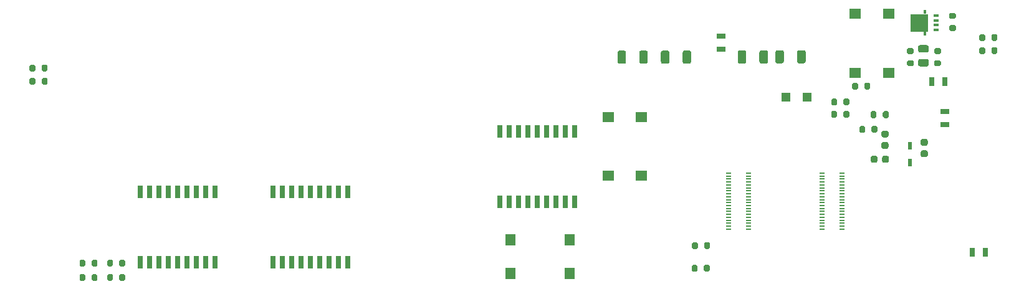
<source format=gbr>
%TF.GenerationSoftware,KiCad,Pcbnew,(5.1.9)-1*%
%TF.CreationDate,2021-05-21T14:20:41+01:00*%
%TF.ProjectId,BreakoutV1.0_,42726561-6b6f-4757-9456-312e305f2e6b,rev?*%
%TF.SameCoordinates,Original*%
%TF.FileFunction,Paste,Top*%
%TF.FilePolarity,Positive*%
%FSLAX46Y46*%
G04 Gerber Fmt 4.6, Leading zero omitted, Abs format (unit mm)*
G04 Created by KiCad (PCBNEW (5.1.9)-1) date 2021-05-21 14:20:41*
%MOMM*%
%LPD*%
G01*
G04 APERTURE LIST*
%ADD10R,1.200000X1.200000*%
%ADD11R,0.760000X1.270000*%
%ADD12R,0.400000X0.530000*%
%ADD13R,2.400000X2.450000*%
%ADD14R,0.750000X0.400000*%
%ADD15R,1.270000X0.760000*%
%ADD16R,0.500000X1.050000*%
%ADD17R,0.660000X0.230000*%
%ADD18R,1.600000X1.400000*%
%ADD19R,1.400000X1.600000*%
%ADD20R,0.650000X1.800000*%
G04 APERTURE END LIST*
D10*
%TO.C,D1*%
X168186100Y-28575000D03*
X165386100Y-28575000D03*
%TD*%
D11*
%TO.C,D4*%
X186945000Y-26416000D03*
X185165000Y-26416000D03*
%TD*%
D12*
%TO.C,Q1*%
X184204840Y-16955480D03*
X184204840Y-19935480D03*
D13*
X183504840Y-18445480D03*
D14*
X185729840Y-17470480D03*
X185729840Y-18120480D03*
X185729840Y-18770480D03*
X185729840Y-19420480D03*
%TD*%
D11*
%TO.C,D6*%
X192416160Y-49641760D03*
X190636160Y-49641760D03*
%TD*%
D15*
%TO.C,D5*%
X186944000Y-30484080D03*
X186944000Y-32264080D03*
%TD*%
%TO.C,D3*%
X156514800Y-20293600D03*
X156514800Y-22073600D03*
%TD*%
D16*
%TO.C,D2*%
X182168800Y-37460000D03*
X182168800Y-35184000D03*
%TD*%
D17*
%TO.C,U3*%
X172970100Y-40884700D03*
X170260100Y-40484700D03*
X170260100Y-40084700D03*
X172970100Y-40084700D03*
X170260100Y-39684700D03*
X172970100Y-39684700D03*
X170260100Y-39284700D03*
X172970100Y-39284700D03*
X170260100Y-38884700D03*
X172970100Y-44084700D03*
X170260100Y-43684700D03*
X172970100Y-43684700D03*
X170260100Y-43284700D03*
X172970100Y-43284700D03*
X170260100Y-42884700D03*
X172970100Y-42884700D03*
X170260100Y-42484700D03*
X172970100Y-42484700D03*
X170260100Y-42084700D03*
X172970100Y-42084700D03*
X170260100Y-41684700D03*
X172970100Y-41684700D03*
X170260100Y-41284700D03*
X172970100Y-40484700D03*
X172970100Y-41284700D03*
X170260100Y-40884700D03*
X170260100Y-46484700D03*
X172970100Y-46484700D03*
X170260100Y-46084700D03*
X172970100Y-46084700D03*
X170260100Y-45684700D03*
X172970100Y-45684700D03*
X170260100Y-45284700D03*
X172970100Y-45284700D03*
X170260100Y-44884700D03*
X172970100Y-44884700D03*
X170260100Y-44484700D03*
X172970100Y-44484700D03*
X170260100Y-44084700D03*
X172970100Y-38884700D03*
X160270100Y-38884700D03*
X157560100Y-38884700D03*
X160270100Y-39284700D03*
X157560100Y-39284700D03*
X160270100Y-39684700D03*
X157560100Y-39684700D03*
X160270100Y-40084700D03*
X157560100Y-40084700D03*
X160270100Y-40484700D03*
X157560100Y-41284700D03*
X160270100Y-41684700D03*
X157560100Y-41684700D03*
X160270100Y-42084700D03*
X157560100Y-42084700D03*
X160270100Y-42484700D03*
X157560100Y-42484700D03*
X160270100Y-42884700D03*
X157560100Y-42884700D03*
X160270100Y-43284700D03*
X157560100Y-43284700D03*
X160270100Y-43684700D03*
X157560100Y-43684700D03*
X160270100Y-44084700D03*
X157560100Y-44084700D03*
X160270100Y-44484700D03*
X157560100Y-44484700D03*
X160270100Y-44884700D03*
X157560100Y-44884700D03*
X160270100Y-45284700D03*
X157560100Y-45284700D03*
X160270100Y-45684700D03*
X157560100Y-45684700D03*
X160270100Y-46084700D03*
X157560100Y-46084700D03*
X160270100Y-46484700D03*
X157560100Y-46484700D03*
X157560100Y-40484700D03*
X160270100Y-40884700D03*
X157560100Y-40884700D03*
X160270100Y-41284700D03*
%TD*%
%TO.C,R12*%
G36*
G01*
X193275000Y-22500000D02*
X193275000Y-21950000D01*
G75*
G02*
X193475000Y-21750000I200000J0D01*
G01*
X193875000Y-21750000D01*
G75*
G02*
X194075000Y-21950000I0J-200000D01*
G01*
X194075000Y-22500000D01*
G75*
G02*
X193875000Y-22700000I-200000J0D01*
G01*
X193475000Y-22700000D01*
G75*
G02*
X193275000Y-22500000I0J200000D01*
G01*
G37*
G36*
G01*
X191625000Y-22500000D02*
X191625000Y-21950000D01*
G75*
G02*
X191825000Y-21750000I200000J0D01*
G01*
X192225000Y-21750000D01*
G75*
G02*
X192425000Y-21950000I0J-200000D01*
G01*
X192425000Y-22500000D01*
G75*
G02*
X192225000Y-22700000I-200000J0D01*
G01*
X191825000Y-22700000D01*
G75*
G02*
X191625000Y-22500000I0J200000D01*
G01*
G37*
%TD*%
%TO.C,R11*%
G36*
G01*
X193275000Y-20722000D02*
X193275000Y-20172000D01*
G75*
G02*
X193475000Y-19972000I200000J0D01*
G01*
X193875000Y-19972000D01*
G75*
G02*
X194075000Y-20172000I0J-200000D01*
G01*
X194075000Y-20722000D01*
G75*
G02*
X193875000Y-20922000I-200000J0D01*
G01*
X193475000Y-20922000D01*
G75*
G02*
X193275000Y-20722000I0J200000D01*
G01*
G37*
G36*
G01*
X191625000Y-20722000D02*
X191625000Y-20172000D01*
G75*
G02*
X191825000Y-19972000I200000J0D01*
G01*
X192225000Y-19972000D01*
G75*
G02*
X192425000Y-20172000I0J-200000D01*
G01*
X192425000Y-20722000D01*
G75*
G02*
X192225000Y-20922000I-200000J0D01*
G01*
X191825000Y-20922000D01*
G75*
G02*
X191625000Y-20722000I0J200000D01*
G01*
G37*
%TD*%
%TO.C,C5*%
G36*
G01*
X145426000Y-23764001D02*
X145426000Y-22463999D01*
G75*
G02*
X145675999Y-22214000I249999J0D01*
G01*
X146326001Y-22214000D01*
G75*
G02*
X146576000Y-22463999I0J-249999D01*
G01*
X146576000Y-23764001D01*
G75*
G02*
X146326001Y-24014000I-249999J0D01*
G01*
X145675999Y-24014000D01*
G75*
G02*
X145426000Y-23764001I0J249999D01*
G01*
G37*
G36*
G01*
X142476000Y-23764001D02*
X142476000Y-22463999D01*
G75*
G02*
X142725999Y-22214000I249999J0D01*
G01*
X143376001Y-22214000D01*
G75*
G02*
X143626000Y-22463999I0J-249999D01*
G01*
X143626000Y-23764001D01*
G75*
G02*
X143376001Y-24014000I-249999J0D01*
G01*
X142725999Y-24014000D01*
G75*
G02*
X142476000Y-23764001I0J249999D01*
G01*
G37*
%TD*%
%TO.C,C6*%
G36*
G01*
X149517000Y-22463999D02*
X149517000Y-23764001D01*
G75*
G02*
X149267001Y-24014000I-249999J0D01*
G01*
X148616999Y-24014000D01*
G75*
G02*
X148367000Y-23764001I0J249999D01*
G01*
X148367000Y-22463999D01*
G75*
G02*
X148616999Y-22214000I249999J0D01*
G01*
X149267001Y-22214000D01*
G75*
G02*
X149517000Y-22463999I0J-249999D01*
G01*
G37*
G36*
G01*
X152467000Y-22463999D02*
X152467000Y-23764001D01*
G75*
G02*
X152217001Y-24014000I-249999J0D01*
G01*
X151566999Y-24014000D01*
G75*
G02*
X151317000Y-23764001I0J249999D01*
G01*
X151317000Y-22463999D01*
G75*
G02*
X151566999Y-22214000I249999J0D01*
G01*
X152217001Y-22214000D01*
G75*
G02*
X152467000Y-22463999I0J-249999D01*
G01*
G37*
%TD*%
%TO.C,C7*%
G36*
G01*
X161745200Y-23738601D02*
X161745200Y-22438599D01*
G75*
G02*
X161995199Y-22188600I249999J0D01*
G01*
X162645201Y-22188600D01*
G75*
G02*
X162895200Y-22438599I0J-249999D01*
G01*
X162895200Y-23738601D01*
G75*
G02*
X162645201Y-23988600I-249999J0D01*
G01*
X161995199Y-23988600D01*
G75*
G02*
X161745200Y-23738601I0J249999D01*
G01*
G37*
G36*
G01*
X158795200Y-23738601D02*
X158795200Y-22438599D01*
G75*
G02*
X159045199Y-22188600I249999J0D01*
G01*
X159695201Y-22188600D01*
G75*
G02*
X159945200Y-22438599I0J-249999D01*
G01*
X159945200Y-23738601D01*
G75*
G02*
X159695201Y-23988600I-249999J0D01*
G01*
X159045199Y-23988600D01*
G75*
G02*
X158795200Y-23738601I0J249999D01*
G01*
G37*
%TD*%
%TO.C,C8*%
G36*
G01*
X166865400Y-23713201D02*
X166865400Y-22413199D01*
G75*
G02*
X167115399Y-22163200I249999J0D01*
G01*
X167765401Y-22163200D01*
G75*
G02*
X168015400Y-22413199I0J-249999D01*
G01*
X168015400Y-23713201D01*
G75*
G02*
X167765401Y-23963200I-249999J0D01*
G01*
X167115399Y-23963200D01*
G75*
G02*
X166865400Y-23713201I0J249999D01*
G01*
G37*
G36*
G01*
X163915400Y-23713201D02*
X163915400Y-22413199D01*
G75*
G02*
X164165399Y-22163200I249999J0D01*
G01*
X164815401Y-22163200D01*
G75*
G02*
X165065400Y-22413199I0J-249999D01*
G01*
X165065400Y-23713201D01*
G75*
G02*
X164815401Y-23963200I-249999J0D01*
G01*
X164165399Y-23963200D01*
G75*
G02*
X163915400Y-23713201I0J249999D01*
G01*
G37*
%TD*%
%TO.C,C1*%
G36*
G01*
X184498000Y-22473500D02*
X183548000Y-22473500D01*
G75*
G02*
X183298000Y-22223500I0J250000D01*
G01*
X183298000Y-21723500D01*
G75*
G02*
X183548000Y-21473500I250000J0D01*
G01*
X184498000Y-21473500D01*
G75*
G02*
X184748000Y-21723500I0J-250000D01*
G01*
X184748000Y-22223500D01*
G75*
G02*
X184498000Y-22473500I-250000J0D01*
G01*
G37*
G36*
G01*
X184498000Y-24373500D02*
X183548000Y-24373500D01*
G75*
G02*
X183298000Y-24123500I0J250000D01*
G01*
X183298000Y-23623500D01*
G75*
G02*
X183548000Y-23373500I250000J0D01*
G01*
X184498000Y-23373500D01*
G75*
G02*
X184748000Y-23623500I0J-250000D01*
G01*
X184748000Y-24123500D01*
G75*
G02*
X184498000Y-24373500I-250000J0D01*
G01*
G37*
%TD*%
D18*
%TO.C,S3*%
X179282920Y-17229320D03*
X179282920Y-25229320D03*
X174782920Y-17229320D03*
X174782920Y-25229320D03*
%TD*%
%TO.C,S2*%
X141219360Y-39234880D03*
X141219360Y-31234880D03*
X145719360Y-39234880D03*
X145719360Y-31234880D03*
%TD*%
D19*
%TO.C,S1*%
X127942840Y-47975960D03*
X135942840Y-47975960D03*
X127942840Y-52475960D03*
X135942840Y-52475960D03*
%TD*%
%TO.C,R6*%
G36*
G01*
X65043000Y-24322360D02*
X65043000Y-24872360D01*
G75*
G02*
X64843000Y-25072360I-200000J0D01*
G01*
X64443000Y-25072360D01*
G75*
G02*
X64243000Y-24872360I0J200000D01*
G01*
X64243000Y-24322360D01*
G75*
G02*
X64443000Y-24122360I200000J0D01*
G01*
X64843000Y-24122360D01*
G75*
G02*
X65043000Y-24322360I0J-200000D01*
G01*
G37*
G36*
G01*
X63393000Y-24322360D02*
X63393000Y-24872360D01*
G75*
G02*
X63193000Y-25072360I-200000J0D01*
G01*
X62793000Y-25072360D01*
G75*
G02*
X62593000Y-24872360I0J200000D01*
G01*
X62593000Y-24322360D01*
G75*
G02*
X62793000Y-24122360I200000J0D01*
G01*
X63193000Y-24122360D01*
G75*
G02*
X63393000Y-24322360I0J-200000D01*
G01*
G37*
%TD*%
%TO.C,R5*%
G36*
G01*
X65043000Y-26115600D02*
X65043000Y-26665600D01*
G75*
G02*
X64843000Y-26865600I-200000J0D01*
G01*
X64443000Y-26865600D01*
G75*
G02*
X64243000Y-26665600I0J200000D01*
G01*
X64243000Y-26115600D01*
G75*
G02*
X64443000Y-25915600I200000J0D01*
G01*
X64843000Y-25915600D01*
G75*
G02*
X65043000Y-26115600I0J-200000D01*
G01*
G37*
G36*
G01*
X63393000Y-26115600D02*
X63393000Y-26665600D01*
G75*
G02*
X63193000Y-26865600I-200000J0D01*
G01*
X62793000Y-26865600D01*
G75*
G02*
X62593000Y-26665600I0J200000D01*
G01*
X62593000Y-26115600D01*
G75*
G02*
X62793000Y-25915600I200000J0D01*
G01*
X63193000Y-25915600D01*
G75*
G02*
X63393000Y-26115600I0J-200000D01*
G01*
G37*
%TD*%
%TO.C,R4*%
G36*
G01*
X73934000Y-50829800D02*
X73934000Y-51379800D01*
G75*
G02*
X73734000Y-51579800I-200000J0D01*
G01*
X73334000Y-51579800D01*
G75*
G02*
X73134000Y-51379800I0J200000D01*
G01*
X73134000Y-50829800D01*
G75*
G02*
X73334000Y-50629800I200000J0D01*
G01*
X73734000Y-50629800D01*
G75*
G02*
X73934000Y-50829800I0J-200000D01*
G01*
G37*
G36*
G01*
X75584000Y-50829800D02*
X75584000Y-51379800D01*
G75*
G02*
X75384000Y-51579800I-200000J0D01*
G01*
X74984000Y-51579800D01*
G75*
G02*
X74784000Y-51379800I0J200000D01*
G01*
X74784000Y-50829800D01*
G75*
G02*
X74984000Y-50629800I200000J0D01*
G01*
X75384000Y-50629800D01*
G75*
G02*
X75584000Y-50829800I0J-200000D01*
G01*
G37*
%TD*%
%TO.C,R3*%
G36*
G01*
X73934000Y-52780520D02*
X73934000Y-53330520D01*
G75*
G02*
X73734000Y-53530520I-200000J0D01*
G01*
X73334000Y-53530520D01*
G75*
G02*
X73134000Y-53330520I0J200000D01*
G01*
X73134000Y-52780520D01*
G75*
G02*
X73334000Y-52580520I200000J0D01*
G01*
X73734000Y-52580520D01*
G75*
G02*
X73934000Y-52780520I0J-200000D01*
G01*
G37*
G36*
G01*
X75584000Y-52780520D02*
X75584000Y-53330520D01*
G75*
G02*
X75384000Y-53530520I-200000J0D01*
G01*
X74984000Y-53530520D01*
G75*
G02*
X74784000Y-53330520I0J200000D01*
G01*
X74784000Y-52780520D01*
G75*
G02*
X74984000Y-52580520I200000J0D01*
G01*
X75384000Y-52580520D01*
G75*
G02*
X75584000Y-52780520I0J-200000D01*
G01*
G37*
%TD*%
%TO.C,R2*%
G36*
G01*
X70174800Y-50855200D02*
X70174800Y-51405200D01*
G75*
G02*
X69974800Y-51605200I-200000J0D01*
G01*
X69574800Y-51605200D01*
G75*
G02*
X69374800Y-51405200I0J200000D01*
G01*
X69374800Y-50855200D01*
G75*
G02*
X69574800Y-50655200I200000J0D01*
G01*
X69974800Y-50655200D01*
G75*
G02*
X70174800Y-50855200I0J-200000D01*
G01*
G37*
G36*
G01*
X71824800Y-50855200D02*
X71824800Y-51405200D01*
G75*
G02*
X71624800Y-51605200I-200000J0D01*
G01*
X71224800Y-51605200D01*
G75*
G02*
X71024800Y-51405200I0J200000D01*
G01*
X71024800Y-50855200D01*
G75*
G02*
X71224800Y-50655200I200000J0D01*
G01*
X71624800Y-50655200D01*
G75*
G02*
X71824800Y-50855200I0J-200000D01*
G01*
G37*
%TD*%
%TO.C,R1*%
G36*
G01*
X70174800Y-52805920D02*
X70174800Y-53355920D01*
G75*
G02*
X69974800Y-53555920I-200000J0D01*
G01*
X69574800Y-53555920D01*
G75*
G02*
X69374800Y-53355920I0J200000D01*
G01*
X69374800Y-52805920D01*
G75*
G02*
X69574800Y-52605920I200000J0D01*
G01*
X69974800Y-52605920D01*
G75*
G02*
X70174800Y-52805920I0J-200000D01*
G01*
G37*
G36*
G01*
X71824800Y-52805920D02*
X71824800Y-53355920D01*
G75*
G02*
X71624800Y-53555920I-200000J0D01*
G01*
X71224800Y-53555920D01*
G75*
G02*
X71024800Y-53355920I0J200000D01*
G01*
X71024800Y-52805920D01*
G75*
G02*
X71224800Y-52605920I200000J0D01*
G01*
X71624800Y-52605920D01*
G75*
G02*
X71824800Y-52805920I0J-200000D01*
G01*
G37*
%TD*%
%TO.C,R14*%
G36*
G01*
X173153120Y-29479920D02*
X173153120Y-28929920D01*
G75*
G02*
X173353120Y-28729920I200000J0D01*
G01*
X173753120Y-28729920D01*
G75*
G02*
X173953120Y-28929920I0J-200000D01*
G01*
X173953120Y-29479920D01*
G75*
G02*
X173753120Y-29679920I-200000J0D01*
G01*
X173353120Y-29679920D01*
G75*
G02*
X173153120Y-29479920I0J200000D01*
G01*
G37*
G36*
G01*
X171503120Y-29479920D02*
X171503120Y-28929920D01*
G75*
G02*
X171703120Y-28729920I200000J0D01*
G01*
X172103120Y-28729920D01*
G75*
G02*
X172303120Y-28929920I0J-200000D01*
G01*
X172303120Y-29479920D01*
G75*
G02*
X172103120Y-29679920I-200000J0D01*
G01*
X171703120Y-29679920D01*
G75*
G02*
X171503120Y-29479920I0J200000D01*
G01*
G37*
%TD*%
%TO.C,R15*%
G36*
G01*
X173142460Y-31146160D02*
X173142460Y-30596160D01*
G75*
G02*
X173342460Y-30396160I200000J0D01*
G01*
X173742460Y-30396160D01*
G75*
G02*
X173942460Y-30596160I0J-200000D01*
G01*
X173942460Y-31146160D01*
G75*
G02*
X173742460Y-31346160I-200000J0D01*
G01*
X173342460Y-31346160D01*
G75*
G02*
X173142460Y-31146160I0J200000D01*
G01*
G37*
G36*
G01*
X171492460Y-31146160D02*
X171492460Y-30596160D01*
G75*
G02*
X171692460Y-30396160I200000J0D01*
G01*
X172092460Y-30396160D01*
G75*
G02*
X172292460Y-30596160I0J-200000D01*
G01*
X172292460Y-31146160D01*
G75*
G02*
X172092460Y-31346160I-200000J0D01*
G01*
X171692460Y-31346160D01*
G75*
G02*
X171492460Y-31146160I0J200000D01*
G01*
G37*
%TD*%
%TO.C,R13*%
G36*
G01*
X178507440Y-31196960D02*
X178507440Y-30646960D01*
G75*
G02*
X178707440Y-30446960I200000J0D01*
G01*
X179107440Y-30446960D01*
G75*
G02*
X179307440Y-30646960I0J-200000D01*
G01*
X179307440Y-31196960D01*
G75*
G02*
X179107440Y-31396960I-200000J0D01*
G01*
X178707440Y-31396960D01*
G75*
G02*
X178507440Y-31196960I0J200000D01*
G01*
G37*
G36*
G01*
X176857440Y-31196960D02*
X176857440Y-30646960D01*
G75*
G02*
X177057440Y-30446960I200000J0D01*
G01*
X177457440Y-30446960D01*
G75*
G02*
X177657440Y-30646960I0J-200000D01*
G01*
X177657440Y-31196960D01*
G75*
G02*
X177457440Y-31396960I-200000J0D01*
G01*
X177057440Y-31396960D01*
G75*
G02*
X176857440Y-31196960I0J200000D01*
G01*
G37*
%TD*%
%TO.C,R17*%
G36*
G01*
X185653000Y-23539000D02*
X186203000Y-23539000D01*
G75*
G02*
X186403000Y-23739000I0J-200000D01*
G01*
X186403000Y-24139000D01*
G75*
G02*
X186203000Y-24339000I-200000J0D01*
G01*
X185653000Y-24339000D01*
G75*
G02*
X185453000Y-24139000I0J200000D01*
G01*
X185453000Y-23739000D01*
G75*
G02*
X185653000Y-23539000I200000J0D01*
G01*
G37*
G36*
G01*
X185653000Y-21889000D02*
X186203000Y-21889000D01*
G75*
G02*
X186403000Y-22089000I0J-200000D01*
G01*
X186403000Y-22489000D01*
G75*
G02*
X186203000Y-22689000I-200000J0D01*
G01*
X185653000Y-22689000D01*
G75*
G02*
X185453000Y-22489000I0J200000D01*
G01*
X185453000Y-22089000D01*
G75*
G02*
X185653000Y-21889000I200000J0D01*
G01*
G37*
%TD*%
%TO.C,R8*%
G36*
G01*
X182520000Y-22688500D02*
X181970000Y-22688500D01*
G75*
G02*
X181770000Y-22488500I0J200000D01*
G01*
X181770000Y-22088500D01*
G75*
G02*
X181970000Y-21888500I200000J0D01*
G01*
X182520000Y-21888500D01*
G75*
G02*
X182720000Y-22088500I0J-200000D01*
G01*
X182720000Y-22488500D01*
G75*
G02*
X182520000Y-22688500I-200000J0D01*
G01*
G37*
G36*
G01*
X182520000Y-24338500D02*
X181970000Y-24338500D01*
G75*
G02*
X181770000Y-24138500I0J200000D01*
G01*
X181770000Y-23738500D01*
G75*
G02*
X181970000Y-23538500I200000J0D01*
G01*
X182520000Y-23538500D01*
G75*
G02*
X182720000Y-23738500I0J-200000D01*
G01*
X182720000Y-24138500D01*
G75*
G02*
X182520000Y-24338500I-200000J0D01*
G01*
G37*
%TD*%
%TO.C,R18*%
G36*
G01*
X187700240Y-17103640D02*
X188250240Y-17103640D01*
G75*
G02*
X188450240Y-17303640I0J-200000D01*
G01*
X188450240Y-17703640D01*
G75*
G02*
X188250240Y-17903640I-200000J0D01*
G01*
X187700240Y-17903640D01*
G75*
G02*
X187500240Y-17703640I0J200000D01*
G01*
X187500240Y-17303640D01*
G75*
G02*
X187700240Y-17103640I200000J0D01*
G01*
G37*
G36*
G01*
X187700240Y-18753640D02*
X188250240Y-18753640D01*
G75*
G02*
X188450240Y-18953640I0J-200000D01*
G01*
X188450240Y-19353640D01*
G75*
G02*
X188250240Y-19553640I-200000J0D01*
G01*
X187700240Y-19553640D01*
G75*
G02*
X187500240Y-19353640I0J200000D01*
G01*
X187500240Y-18953640D01*
G75*
G02*
X187700240Y-18753640I200000J0D01*
G01*
G37*
%TD*%
%TO.C,R16*%
G36*
G01*
X175157080Y-26776000D02*
X175157080Y-27326000D01*
G75*
G02*
X174957080Y-27526000I-200000J0D01*
G01*
X174557080Y-27526000D01*
G75*
G02*
X174357080Y-27326000I0J200000D01*
G01*
X174357080Y-26776000D01*
G75*
G02*
X174557080Y-26576000I200000J0D01*
G01*
X174957080Y-26576000D01*
G75*
G02*
X175157080Y-26776000I0J-200000D01*
G01*
G37*
G36*
G01*
X176807080Y-26776000D02*
X176807080Y-27326000D01*
G75*
G02*
X176607080Y-27526000I-200000J0D01*
G01*
X176207080Y-27526000D01*
G75*
G02*
X176007080Y-27326000I0J200000D01*
G01*
X176007080Y-26776000D01*
G75*
G02*
X176207080Y-26576000I200000J0D01*
G01*
X176607080Y-26576000D01*
G75*
G02*
X176807080Y-26776000I0J-200000D01*
G01*
G37*
%TD*%
%TO.C,R7*%
G36*
G01*
X176973280Y-33213720D02*
X176973280Y-32663720D01*
G75*
G02*
X177173280Y-32463720I200000J0D01*
G01*
X177573280Y-32463720D01*
G75*
G02*
X177773280Y-32663720I0J-200000D01*
G01*
X177773280Y-33213720D01*
G75*
G02*
X177573280Y-33413720I-200000J0D01*
G01*
X177173280Y-33413720D01*
G75*
G02*
X176973280Y-33213720I0J200000D01*
G01*
G37*
G36*
G01*
X175323280Y-33213720D02*
X175323280Y-32663720D01*
G75*
G02*
X175523280Y-32463720I200000J0D01*
G01*
X175923280Y-32463720D01*
G75*
G02*
X176123280Y-32663720I0J-200000D01*
G01*
X176123280Y-33213720D01*
G75*
G02*
X175923280Y-33413720I-200000J0D01*
G01*
X175523280Y-33413720D01*
G75*
G02*
X175323280Y-33213720I0J200000D01*
G01*
G37*
%TD*%
%TO.C,R9*%
G36*
G01*
X153389280Y-48447280D02*
X153389280Y-48997280D01*
G75*
G02*
X153189280Y-49197280I-200000J0D01*
G01*
X152789280Y-49197280D01*
G75*
G02*
X152589280Y-48997280I0J200000D01*
G01*
X152589280Y-48447280D01*
G75*
G02*
X152789280Y-48247280I200000J0D01*
G01*
X153189280Y-48247280D01*
G75*
G02*
X153389280Y-48447280I0J-200000D01*
G01*
G37*
G36*
G01*
X155039280Y-48447280D02*
X155039280Y-48997280D01*
G75*
G02*
X154839280Y-49197280I-200000J0D01*
G01*
X154439280Y-49197280D01*
G75*
G02*
X154239280Y-48997280I0J200000D01*
G01*
X154239280Y-48447280D01*
G75*
G02*
X154439280Y-48247280I200000J0D01*
G01*
X154839280Y-48247280D01*
G75*
G02*
X155039280Y-48447280I0J-200000D01*
G01*
G37*
%TD*%
%TO.C,R10*%
G36*
G01*
X154997100Y-51528300D02*
X154997100Y-52078300D01*
G75*
G02*
X154797100Y-52278300I-200000J0D01*
G01*
X154397100Y-52278300D01*
G75*
G02*
X154197100Y-52078300I0J200000D01*
G01*
X154197100Y-51528300D01*
G75*
G02*
X154397100Y-51328300I200000J0D01*
G01*
X154797100Y-51328300D01*
G75*
G02*
X154997100Y-51528300I0J-200000D01*
G01*
G37*
G36*
G01*
X153347100Y-51528300D02*
X153347100Y-52078300D01*
G75*
G02*
X153147100Y-52278300I-200000J0D01*
G01*
X152747100Y-52278300D01*
G75*
G02*
X152547100Y-52078300I0J200000D01*
G01*
X152547100Y-51528300D01*
G75*
G02*
X152747100Y-51328300I200000J0D01*
G01*
X153147100Y-51328300D01*
G75*
G02*
X153347100Y-51528300I0J-200000D01*
G01*
G37*
%TD*%
D20*
%TO.C,IC1*%
X77657960Y-41407280D03*
X78927960Y-41407280D03*
X80197960Y-41407280D03*
X81467960Y-41407280D03*
X82737960Y-41407280D03*
X84007960Y-41407280D03*
X85277960Y-41407280D03*
X86547960Y-41407280D03*
X87817960Y-41407280D03*
X87817960Y-50957280D03*
X86547960Y-50957280D03*
X85277960Y-50957280D03*
X84007960Y-50957280D03*
X82737960Y-50957280D03*
X81467960Y-50957280D03*
X80197960Y-50957280D03*
X78927960Y-50957280D03*
X77657960Y-50957280D03*
%TD*%
%TO.C,IC2*%
X95653860Y-41458080D03*
X96923860Y-41458080D03*
X98193860Y-41458080D03*
X99463860Y-41458080D03*
X100733860Y-41458080D03*
X102003860Y-41458080D03*
X103273860Y-41458080D03*
X104543860Y-41458080D03*
X105813860Y-41458080D03*
X105813860Y-51008080D03*
X104543860Y-51008080D03*
X103273860Y-51008080D03*
X102003860Y-51008080D03*
X100733860Y-51008080D03*
X99463860Y-51008080D03*
X98193860Y-51008080D03*
X96923860Y-51008080D03*
X95653860Y-51008080D03*
%TD*%
%TO.C,IC3*%
X126492000Y-33198000D03*
X127762000Y-33198000D03*
X129032000Y-33198000D03*
X130302000Y-33198000D03*
X131572000Y-33198000D03*
X132842000Y-33198000D03*
X134112000Y-33198000D03*
X135382000Y-33198000D03*
X136652000Y-33198000D03*
X136652000Y-42748000D03*
X135382000Y-42748000D03*
X134112000Y-42748000D03*
X132842000Y-42748000D03*
X131572000Y-42748000D03*
X130302000Y-42748000D03*
X129032000Y-42748000D03*
X127762000Y-42748000D03*
X126492000Y-42748000D03*
%TD*%
%TO.C,C2*%
G36*
G01*
X178550760Y-34668640D02*
X179050760Y-34668640D01*
G75*
G02*
X179275760Y-34893640I0J-225000D01*
G01*
X179275760Y-35343640D01*
G75*
G02*
X179050760Y-35568640I-225000J0D01*
G01*
X178550760Y-35568640D01*
G75*
G02*
X178325760Y-35343640I0J225000D01*
G01*
X178325760Y-34893640D01*
G75*
G02*
X178550760Y-34668640I225000J0D01*
G01*
G37*
G36*
G01*
X178550760Y-33118640D02*
X179050760Y-33118640D01*
G75*
G02*
X179275760Y-33343640I0J-225000D01*
G01*
X179275760Y-33793640D01*
G75*
G02*
X179050760Y-34018640I-225000J0D01*
G01*
X178550760Y-34018640D01*
G75*
G02*
X178325760Y-33793640I0J225000D01*
G01*
X178325760Y-33343640D01*
G75*
G02*
X178550760Y-33118640I225000J0D01*
G01*
G37*
%TD*%
%TO.C,C3*%
G36*
G01*
X178424720Y-37242560D02*
X178424720Y-36742560D01*
G75*
G02*
X178649720Y-36517560I225000J0D01*
G01*
X179099720Y-36517560D01*
G75*
G02*
X179324720Y-36742560I0J-225000D01*
G01*
X179324720Y-37242560D01*
G75*
G02*
X179099720Y-37467560I-225000J0D01*
G01*
X178649720Y-37467560D01*
G75*
G02*
X178424720Y-37242560I0J225000D01*
G01*
G37*
G36*
G01*
X176874720Y-37242560D02*
X176874720Y-36742560D01*
G75*
G02*
X177099720Y-36517560I225000J0D01*
G01*
X177549720Y-36517560D01*
G75*
G02*
X177774720Y-36742560I0J-225000D01*
G01*
X177774720Y-37242560D01*
G75*
G02*
X177549720Y-37467560I-225000J0D01*
G01*
X177099720Y-37467560D01*
G75*
G02*
X176874720Y-37242560I0J225000D01*
G01*
G37*
%TD*%
%TO.C,C4*%
G36*
G01*
X184384760Y-35141320D02*
X183884760Y-35141320D01*
G75*
G02*
X183659760Y-34916320I0J225000D01*
G01*
X183659760Y-34466320D01*
G75*
G02*
X183884760Y-34241320I225000J0D01*
G01*
X184384760Y-34241320D01*
G75*
G02*
X184609760Y-34466320I0J-225000D01*
G01*
X184609760Y-34916320D01*
G75*
G02*
X184384760Y-35141320I-225000J0D01*
G01*
G37*
G36*
G01*
X184384760Y-36691320D02*
X183884760Y-36691320D01*
G75*
G02*
X183659760Y-36466320I0J225000D01*
G01*
X183659760Y-36016320D01*
G75*
G02*
X183884760Y-35791320I225000J0D01*
G01*
X184384760Y-35791320D01*
G75*
G02*
X184609760Y-36016320I0J-225000D01*
G01*
X184609760Y-36466320D01*
G75*
G02*
X184384760Y-36691320I-225000J0D01*
G01*
G37*
%TD*%
M02*

</source>
